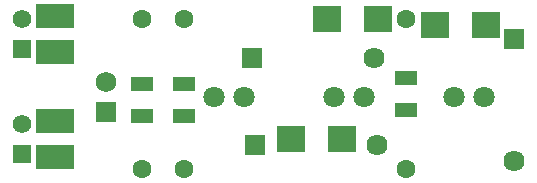
<source format=gbs>
G04*
G04 #@! TF.GenerationSoftware,Altium Limited,Altium Designer,22.7.1 (60)*
G04*
G04 Layer_Color=24703*
%FSLAX44Y44*%
%MOMM*%
G71*
G04*
G04 #@! TF.SameCoordinates,BB791E64-C305-444D-A552-B41D82B215A1*
G04*
G04*
G04 #@! TF.FilePolarity,Negative*
G04*
G01*
G75*
%ADD14R,1.7532X1.7532*%
%ADD15C,1.7532*%
%ADD16C,1.6032*%
%ADD17C,1.5700*%
%ADD18R,1.5700X1.5700*%
%ADD19R,1.7932X1.7932*%
%ADD20C,1.7932*%
%ADD21R,1.7932X1.7932*%
%ADD22C,1.8032*%
%ADD35R,3.2512X2.1082*%
%ADD36R,1.9032X1.3032*%
%ADD37R,2.4832X2.3232*%
D14*
X182880Y60960D02*
D03*
D15*
Y86360D02*
D03*
D16*
X213360Y12700D02*
D03*
Y139700D02*
D03*
X436880Y12700D02*
D03*
Y139700D02*
D03*
X248920D02*
D03*
Y12700D02*
D03*
D17*
X111760Y50800D02*
D03*
Y139700D02*
D03*
D18*
Y25400D02*
D03*
Y114300D02*
D03*
D19*
X306340Y106680D02*
D03*
X308880Y33020D02*
D03*
D20*
X409940Y106680D02*
D03*
X412480Y33020D02*
D03*
X528320Y19320D02*
D03*
D21*
Y122920D02*
D03*
D22*
X477520Y73660D02*
D03*
X502920D02*
D03*
X401320D02*
D03*
X375920D02*
D03*
X274320D02*
D03*
X299720D02*
D03*
D35*
X139803Y53588D02*
D03*
Y23108D02*
D03*
X139700Y111760D02*
D03*
Y142240D02*
D03*
D36*
X436880Y62700D02*
D03*
Y89700D02*
D03*
X213360Y84620D02*
D03*
Y57620D02*
D03*
X248920Y84620D02*
D03*
Y57620D02*
D03*
D37*
X412810Y139700D02*
D03*
X369510D02*
D03*
X382330Y38100D02*
D03*
X339030D02*
D03*
X504250Y134620D02*
D03*
X460950D02*
D03*
M02*

</source>
